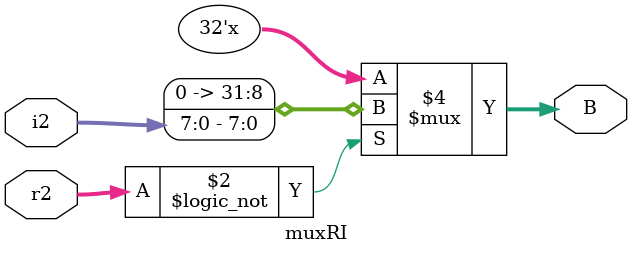
<source format=sv>
module muxRI(
	input logic[2:0] r2,
	input logic[7:0] i2,
	output logic[31:0]B
);
	always@(*)begin 
		if(r2 == 31'b0)begin 
				B = i2;
		end
	end
	
endmodule
</source>
